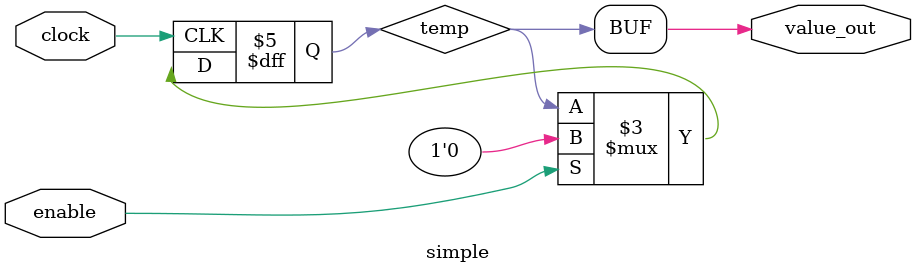
<source format=v>


module  simple(clock,
                enable,
                value_out
                );

input   clock;
input   enable;
reg temp;
output value_out;

always @(posedge clock)
begin
	if (enable == 1'b1) begin
		temp <= 1'b0;
	end
end

assign value_out = temp;

endmodule


</source>
